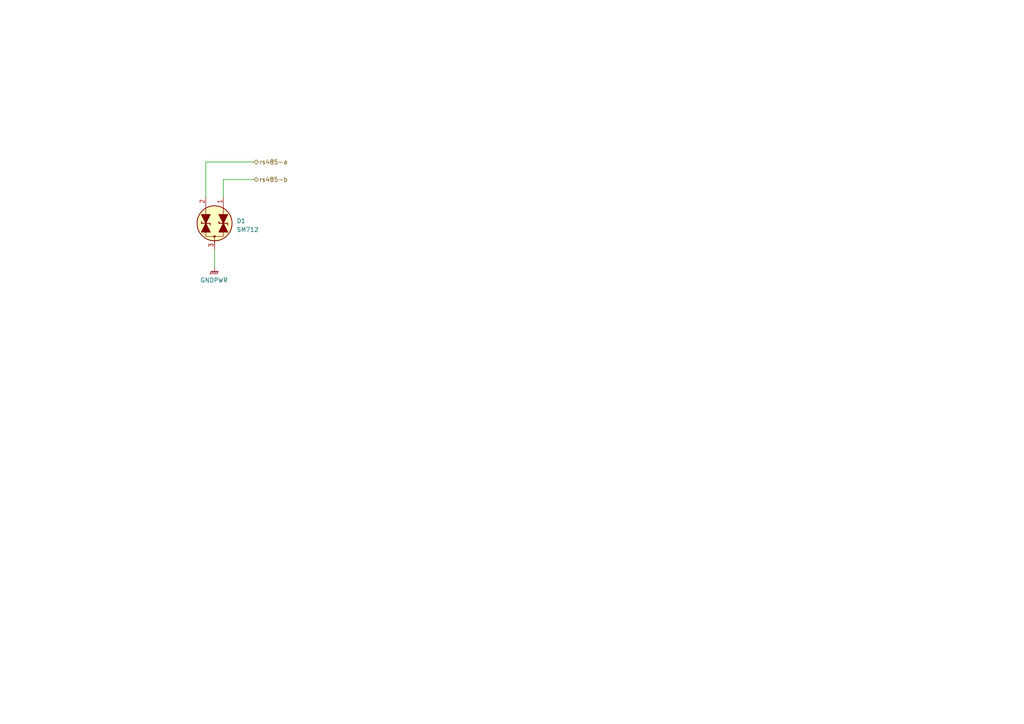
<source format=kicad_sch>
(kicad_sch
	(version 20250114)
	(generator "eeschema")
	(generator_version "9.0")
	(uuid "ec5cb86b-abd2-4f66-b0f8-d5b0dd8e9e96")
	(paper "A4")
	(lib_symbols
		(symbol "Diode_TVS_AKL:SM712"
			(pin_names
				(offset 1.016)
				(hide yes)
			)
			(exclude_from_sim no)
			(in_bom yes)
			(on_board yes)
			(property "Reference" "D"
				(at 0 8.89 0)
				(effects
					(font
						(size 1.27 1.27)
					)
				)
			)
			(property "Value" "SM712"
				(at 0 6.35 0)
				(effects
					(font
						(size 1.27 1.27)
					)
				)
			)
			(property "Footprint" "Package_TO_SOT_SMD_AKL:SOT-23"
				(at 0 8.89 0)
				(effects
					(font
						(size 1.27 1.27)
					)
					(hide yes)
				)
			)
			(property "Datasheet" "https://www.tme.eu/Document/75933fc1842e5f5f3391c0542bf992c7/SM712.pdf"
				(at 0 8.89 0)
				(effects
					(font
						(size 1.27 1.27)
					)
					(hide yes)
				)
			)
			(property "Description" "SOT-23 Dual bidirectional TVS diode, 12V/7V, 600W, Alternate KiCAD Library"
				(at 0 0 0)
				(effects
					(font
						(size 1.27 1.27)
					)
					(hide yes)
				)
			)
			(property "ki_keywords" "dual tvs diode bidirectional SM712"
				(at 0 0 0)
				(effects
					(font
						(size 1.27 1.27)
					)
					(hide yes)
				)
			)
			(symbol "SM712_0_1"
				(polyline
					(pts
						(xy -6.35 0) (xy -3.81 0)
					)
					(stroke
						(width 0)
						(type default)
					)
					(fill
						(type none)
					)
				)
				(circle
					(center -3.81 0)
					(radius 0.254)
					(stroke
						(width 0)
						(type default)
					)
					(fill
						(type outline)
					)
				)
				(polyline
					(pts
						(xy -2.54 2.54) (xy -3.81 2.54) (xy -3.81 -2.54) (xy -2.54 -2.54)
					)
					(stroke
						(width 0)
						(type default)
					)
					(fill
						(type none)
					)
				)
				(circle
					(center 0 0)
					(radius 5.08)
					(stroke
						(width 0.254)
						(type default)
					)
					(fill
						(type background)
					)
				)
				(polyline
					(pts
						(xy 2.54 2.54) (xy 5.08 2.54)
					)
					(stroke
						(width 0)
						(type default)
					)
					(fill
						(type none)
					)
				)
				(polyline
					(pts
						(xy 2.54 -2.54) (xy 5.08 -2.54)
					)
					(stroke
						(width 0)
						(type default)
					)
					(fill
						(type none)
					)
				)
			)
			(symbol "SM712_0_2"
				(polyline
					(pts
						(xy -2.54 5.08) (xy -2.54 -5.08)
					)
					(stroke
						(width 0.254)
						(type default)
					)
					(fill
						(type none)
					)
				)
				(polyline
					(pts
						(xy -2.54 0) (xy 0 0)
					)
					(stroke
						(width 0)
						(type default)
					)
					(fill
						(type none)
					)
				)
				(polyline
					(pts
						(xy 0 6.35) (xy 0 7.62)
					)
					(stroke
						(width 0)
						(type default)
					)
					(fill
						(type none)
					)
				)
				(arc
					(start -2.54 5.08)
					(mid 0 7.5976)
					(end 2.54 5.08)
					(stroke
						(width 0.254)
						(type default)
					)
					(fill
						(type none)
					)
				)
				(polyline
					(pts
						(xy 0 1.27) (xy 0 -1.27)
					)
					(stroke
						(width 0)
						(type default)
					)
					(fill
						(type none)
					)
				)
				(circle
					(center 0 0)
					(radius 0.254)
					(stroke
						(width 0)
						(type default)
					)
					(fill
						(type outline)
					)
				)
				(arc
					(start 2.54 -5.08)
					(mid 0 -7.5976)
					(end -2.54 -5.08)
					(stroke
						(width 0.254)
						(type default)
					)
					(fill
						(type none)
					)
				)
				(polyline
					(pts
						(xy 0 -6.35) (xy 0 -7.62)
					)
					(stroke
						(width 0)
						(type default)
					)
					(fill
						(type none)
					)
				)
				(polyline
					(pts
						(xy 0 -7.62) (xy -1.016 -7.366) (xy -1.778 -6.858) (xy -2.286 -6.096) (xy -2.54 -5.588) (xy -2.54 5.334)
						(xy -2.286 6.096) (xy -2.032 6.604) (xy -1.524 7.112) (xy -0.254 7.62) (xy 0.254 7.62) (xy 1.524 7.112)
						(xy 2.032 6.604) (xy 2.286 6.096) (xy 2.54 5.334) (xy 2.54 0.254) (xy 2.54 -5.334) (xy 2.286 -6.096)
						(xy 2.032 -6.604) (xy 1.524 -7.112) (xy 1.016 -7.366) (xy 0 -7.62)
					)
					(stroke
						(width 0.01)
						(type default)
					)
					(fill
						(type background)
					)
				)
				(polyline
					(pts
						(xy 2.54 -5.08) (xy 2.54 5.08)
					)
					(stroke
						(width 0.254)
						(type default)
					)
					(fill
						(type none)
					)
				)
			)
			(symbol "SM712_1_1"
				(polyline
					(pts
						(xy -2.54 1.27) (xy -2.54 3.81) (xy 0 2.54) (xy -2.54 1.27)
					)
					(stroke
						(width 0.254)
						(type default)
					)
					(fill
						(type outline)
					)
				)
				(polyline
					(pts
						(xy -2.54 -3.81) (xy -2.54 -1.27) (xy 0 -2.54) (xy -2.54 -3.81)
					)
					(stroke
						(width 0.254)
						(type default)
					)
					(fill
						(type outline)
					)
				)
				(polyline
					(pts
						(xy -1.27 2.54) (xy 1.27 2.54)
					)
					(stroke
						(width 0)
						(type default)
					)
					(fill
						(type none)
					)
				)
				(polyline
					(pts
						(xy -1.27 -2.54) (xy 1.27 -2.54)
					)
					(stroke
						(width 0)
						(type default)
					)
					(fill
						(type none)
					)
				)
				(polyline
					(pts
						(xy 0 3.81) (xy 0.508 3.81)
					)
					(stroke
						(width 0.254)
						(type default)
					)
					(fill
						(type none)
					)
				)
				(polyline
					(pts
						(xy 0 2.54) (xy 2.54 1.27) (xy 2.54 3.81) (xy 0 2.54)
					)
					(stroke
						(width 0.254)
						(type default)
					)
					(fill
						(type outline)
					)
				)
				(polyline
					(pts
						(xy 0 1.27) (xy -0.508 1.27)
					)
					(stroke
						(width 0.254)
						(type default)
					)
					(fill
						(type none)
					)
				)
				(polyline
					(pts
						(xy 0 1.27) (xy 0 3.81)
					)
					(stroke
						(width 0.254)
						(type default)
					)
					(fill
						(type none)
					)
				)
				(polyline
					(pts
						(xy 0 -1.27) (xy 0.508 -1.27)
					)
					(stroke
						(width 0.254)
						(type default)
					)
					(fill
						(type none)
					)
				)
				(polyline
					(pts
						(xy 0 -2.54) (xy 2.54 -3.81) (xy 2.54 -1.27) (xy 0 -2.54)
					)
					(stroke
						(width 0.254)
						(type default)
					)
					(fill
						(type outline)
					)
				)
				(polyline
					(pts
						(xy 0 -3.81) (xy -0.508 -3.81)
					)
					(stroke
						(width 0.254)
						(type default)
					)
					(fill
						(type none)
					)
				)
				(polyline
					(pts
						(xy 0 -3.81) (xy 0 -1.27)
					)
					(stroke
						(width 0.254)
						(type default)
					)
					(fill
						(type none)
					)
				)
				(pin passive line
					(at -7.62 0 0)
					(length 2.54)
					(name "Com"
						(effects
							(font
								(size 1.27 1.27)
							)
						)
					)
					(number "3"
						(effects
							(font
								(size 1.27 1.27)
							)
						)
					)
				)
				(pin passive line
					(at 7.62 2.54 180)
					(length 2.54)
					(name "A2"
						(effects
							(font
								(size 1.27 1.27)
							)
						)
					)
					(number "2"
						(effects
							(font
								(size 1.27 1.27)
							)
						)
					)
				)
				(pin passive line
					(at 7.62 -2.54 180)
					(length 2.54)
					(name "A1"
						(effects
							(font
								(size 1.27 1.27)
							)
						)
					)
					(number "1"
						(effects
							(font
								(size 1.27 1.27)
							)
						)
					)
				)
			)
			(symbol "SM712_1_2"
				(polyline
					(pts
						(xy -1.27 3.81) (xy -1.27 4.318)
					)
					(stroke
						(width 0.254)
						(type default)
					)
					(fill
						(type none)
					)
				)
				(polyline
					(pts
						(xy -1.27 -3.81) (xy -1.27 -3.302)
					)
					(stroke
						(width 0.254)
						(type default)
					)
					(fill
						(type none)
					)
				)
				(polyline
					(pts
						(xy 0 3.81) (xy 1.27 6.35) (xy -1.27 6.35) (xy 0 3.81)
					)
					(stroke
						(width 0.254)
						(type default)
					)
					(fill
						(type outline)
					)
				)
				(polyline
					(pts
						(xy 0 -3.81) (xy 1.27 -1.27) (xy -1.27 -1.27) (xy 0 -3.81)
					)
					(stroke
						(width 0.254)
						(type default)
					)
					(fill
						(type outline)
					)
				)
				(polyline
					(pts
						(xy 1.27 3.81) (xy -1.27 3.81)
					)
					(stroke
						(width 0.254)
						(type default)
					)
					(fill
						(type none)
					)
				)
				(polyline
					(pts
						(xy 1.27 3.81) (xy 1.27 3.302)
					)
					(stroke
						(width 0.254)
						(type default)
					)
					(fill
						(type none)
					)
				)
				(polyline
					(pts
						(xy 1.27 1.27) (xy -1.27 1.27) (xy 0 3.81) (xy 1.27 1.27)
					)
					(stroke
						(width 0.254)
						(type default)
					)
					(fill
						(type outline)
					)
				)
				(polyline
					(pts
						(xy 1.27 -3.81) (xy -1.27 -3.81)
					)
					(stroke
						(width 0.254)
						(type default)
					)
					(fill
						(type none)
					)
				)
				(polyline
					(pts
						(xy 1.27 -3.81) (xy 1.27 -4.318)
					)
					(stroke
						(width 0.254)
						(type default)
					)
					(fill
						(type none)
					)
				)
				(polyline
					(pts
						(xy 1.27 -6.35) (xy -1.27 -6.35) (xy 0 -3.81) (xy 1.27 -6.35)
					)
					(stroke
						(width 0.254)
						(type default)
					)
					(fill
						(type outline)
					)
				)
				(pin passive line
					(at -5.08 0 0)
					(length 2.54)
					(name "Com"
						(effects
							(font
								(size 1.27 1.27)
							)
						)
					)
					(number "3"
						(effects
							(font
								(size 1.27 1.27)
							)
						)
					)
				)
				(pin passive line
					(at 0 10.16 270)
					(length 2.54)
					(name "A2"
						(effects
							(font
								(size 1.27 1.27)
							)
						)
					)
					(number "2"
						(effects
							(font
								(size 1.27 1.27)
							)
						)
					)
				)
				(pin passive line
					(at 0 -10.16 90)
					(length 2.54)
					(name "A1"
						(effects
							(font
								(size 1.27 1.27)
							)
						)
					)
					(number "1"
						(effects
							(font
								(size 1.27 1.27)
							)
						)
					)
				)
			)
			(embedded_fonts no)
		)
		(symbol "power:GNDPWR"
			(power)
			(pin_numbers
				(hide yes)
			)
			(pin_names
				(offset 0)
				(hide yes)
			)
			(exclude_from_sim no)
			(in_bom yes)
			(on_board yes)
			(property "Reference" "#PWR"
				(at 0 -5.08 0)
				(effects
					(font
						(size 1.27 1.27)
					)
					(hide yes)
				)
			)
			(property "Value" "GNDPWR"
				(at 0 -3.302 0)
				(effects
					(font
						(size 1.27 1.27)
					)
				)
			)
			(property "Footprint" ""
				(at 0 -1.27 0)
				(effects
					(font
						(size 1.27 1.27)
					)
					(hide yes)
				)
			)
			(property "Datasheet" ""
				(at 0 -1.27 0)
				(effects
					(font
						(size 1.27 1.27)
					)
					(hide yes)
				)
			)
			(property "Description" "Power symbol creates a global label with name \"GNDPWR\" , global ground"
				(at 0 0 0)
				(effects
					(font
						(size 1.27 1.27)
					)
					(hide yes)
				)
			)
			(property "ki_keywords" "global ground"
				(at 0 0 0)
				(effects
					(font
						(size 1.27 1.27)
					)
					(hide yes)
				)
			)
			(symbol "GNDPWR_0_1"
				(polyline
					(pts
						(xy -1.016 -1.27) (xy -1.27 -2.032) (xy -1.27 -2.032)
					)
					(stroke
						(width 0.2032)
						(type default)
					)
					(fill
						(type none)
					)
				)
				(polyline
					(pts
						(xy -0.508 -1.27) (xy -0.762 -2.032) (xy -0.762 -2.032)
					)
					(stroke
						(width 0.2032)
						(type default)
					)
					(fill
						(type none)
					)
				)
				(polyline
					(pts
						(xy 0 -1.27) (xy 0 0)
					)
					(stroke
						(width 0)
						(type default)
					)
					(fill
						(type none)
					)
				)
				(polyline
					(pts
						(xy 0 -1.27) (xy -0.254 -2.032) (xy -0.254 -2.032)
					)
					(stroke
						(width 0.2032)
						(type default)
					)
					(fill
						(type none)
					)
				)
				(polyline
					(pts
						(xy 0.508 -1.27) (xy 0.254 -2.032) (xy 0.254 -2.032)
					)
					(stroke
						(width 0.2032)
						(type default)
					)
					(fill
						(type none)
					)
				)
				(polyline
					(pts
						(xy 1.016 -1.27) (xy -1.016 -1.27) (xy -1.016 -1.27)
					)
					(stroke
						(width 0.2032)
						(type default)
					)
					(fill
						(type none)
					)
				)
				(polyline
					(pts
						(xy 1.016 -1.27) (xy 0.762 -2.032) (xy 0.762 -2.032) (xy 0.762 -2.032)
					)
					(stroke
						(width 0.2032)
						(type default)
					)
					(fill
						(type none)
					)
				)
			)
			(symbol "GNDPWR_1_1"
				(pin power_in line
					(at 0 0 270)
					(length 0)
					(name "~"
						(effects
							(font
								(size 1.27 1.27)
							)
						)
					)
					(number "1"
						(effects
							(font
								(size 1.27 1.27)
							)
						)
					)
				)
			)
			(embedded_fonts no)
		)
	)
	(wire
		(pts
			(xy 73.66 46.99) (xy 59.69 46.99)
		)
		(stroke
			(width 0)
			(type default)
		)
		(uuid "0920363c-a49f-4764-a1a4-776568c7f615")
	)
	(wire
		(pts
			(xy 73.66 52.07) (xy 64.77 52.07)
		)
		(stroke
			(width 0)
			(type default)
		)
		(uuid "8268bf66-9bd2-4363-bb31-02bd69b266ad")
	)
	(wire
		(pts
			(xy 59.69 46.99) (xy 59.69 57.15)
		)
		(stroke
			(width 0)
			(type default)
		)
		(uuid "87755a04-7c43-459f-be97-ff95fd50ccb1")
	)
	(wire
		(pts
			(xy 62.23 72.39) (xy 62.23 77.47)
		)
		(stroke
			(width 0)
			(type default)
		)
		(uuid "a70ef6a6-4285-4174-ace1-f2c38f4567a2")
	)
	(wire
		(pts
			(xy 64.77 52.07) (xy 64.77 57.15)
		)
		(stroke
			(width 0)
			(type default)
		)
		(uuid "fd175e8e-9d1d-4e0b-8f36-3d65207bcf46")
	)
	(hierarchical_label "rs485-a"
		(shape bidirectional)
		(at 73.66 46.99 0)
		(effects
			(font
				(size 1.27 1.27)
			)
			(justify left)
		)
		(uuid "a3474d82-c0d9-4719-8e31-2ba878edd5db")
	)
	(hierarchical_label "rs485-b"
		(shape bidirectional)
		(at 73.66 52.07 0)
		(effects
			(font
				(size 1.27 1.27)
			)
			(justify left)
		)
		(uuid "dea957be-004b-4862-ba8a-45957ad032df")
	)
	(symbol
		(lib_id "power:GNDPWR")
		(at 62.23 77.47 0)
		(unit 1)
		(exclude_from_sim no)
		(in_bom yes)
		(on_board yes)
		(dnp no)
		(fields_autoplaced yes)
		(uuid "0cc78d0a-c786-4a24-9f63-cabb0dc7593d")
		(property "Reference" "#PWR04"
			(at 62.23 82.55 0)
			(effects
				(font
					(size 1.27 1.27)
				)
				(hide yes)
			)
		)
		(property "Value" "GNDPWR"
			(at 62.103 81.28 0)
			(effects
				(font
					(size 1.27 1.27)
				)
			)
		)
		(property "Footprint" ""
			(at 62.23 78.74 0)
			(effects
				(font
					(size 1.27 1.27)
				)
				(hide yes)
			)
		)
		(property "Datasheet" ""
			(at 62.23 78.74 0)
			(effects
				(font
					(size 1.27 1.27)
				)
				(hide yes)
			)
		)
		(property "Description" "Power symbol creates a global label with name \"GNDPWR\" , global ground"
			(at 62.23 77.47 0)
			(effects
				(font
					(size 1.27 1.27)
				)
				(hide yes)
			)
		)
		(pin "1"
			(uuid "c671c238-9e5a-45ee-bb7a-e4d8b922cd22")
		)
		(instances
			(project ""
				(path "/65c875c0-73bd-43df-b6cd-4a685398cace/3b453a73-5bb7-4645-a7e8-6e186968fa05/e8b1a732-4397-461b-a47a-0ae5205e7b91/cf7e7cc4-1b95-44e5-9df0-d5849191f8af"
					(reference "#PWR04")
					(unit 1)
				)
			)
		)
	)
	(symbol
		(lib_id "Diode_TVS_AKL:SM712")
		(at 62.23 64.77 90)
		(unit 1)
		(exclude_from_sim no)
		(in_bom yes)
		(on_board yes)
		(dnp no)
		(fields_autoplaced yes)
		(uuid "9b0b64b5-d839-44f5-ad8e-76b49f666cd3")
		(property "Reference" "D1"
			(at 68.58 64.0714 90)
			(effects
				(font
					(size 1.27 1.27)
				)
				(justify right)
			)
		)
		(property "Value" "SM712"
			(at 68.58 66.6114 90)
			(effects
				(font
					(size 1.27 1.27)
				)
				(justify right)
			)
		)
		(property "Footprint" "Package_TO_SOT_SMD_AKL:SOT-23"
			(at 53.34 64.77 0)
			(effects
				(font
					(size 1.27 1.27)
				)
				(hide yes)
			)
		)
		(property "Datasheet" "https://www.tme.eu/Document/75933fc1842e5f5f3391c0542bf992c7/SM712.pdf"
			(at 53.34 64.77 0)
			(effects
				(font
					(size 1.27 1.27)
				)
				(hide yes)
			)
		)
		(property "Description" "SOT-23 Dual bidirectional TVS diode, 12V/7V, 600W, Alternate KiCAD Library"
			(at 62.23 64.77 0)
			(effects
				(font
					(size 1.27 1.27)
				)
				(hide yes)
			)
		)
		(pin "3"
			(uuid "4548aeb1-e8ff-4ef8-b7d9-7b14b09e6a91")
		)
		(pin "2"
			(uuid "47ba8e17-a60a-4d33-92f4-e7b25787bf9a")
		)
		(pin "1"
			(uuid "1c755327-9b03-4852-bd77-bed99a68cfbf")
		)
		(instances
			(project ""
				(path "/65c875c0-73bd-43df-b6cd-4a685398cace/3b453a73-5bb7-4645-a7e8-6e186968fa05/e8b1a732-4397-461b-a47a-0ae5205e7b91/cf7e7cc4-1b95-44e5-9df0-d5849191f8af"
					(reference "D1")
					(unit 1)
				)
			)
		)
	)
)

</source>
